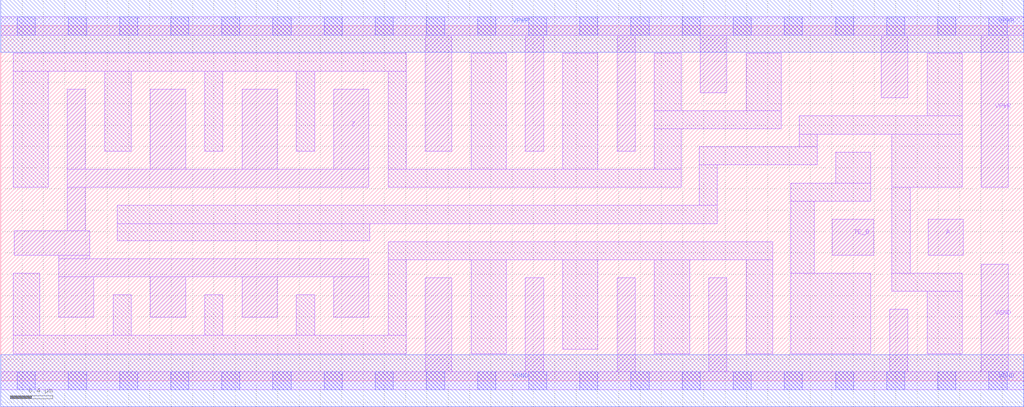
<source format=lef>
# Copyright 2020 The SkyWater PDK Authors
#
# Licensed under the Apache License, Version 2.0 (the "License");
# you may not use this file except in compliance with the License.
# You may obtain a copy of the License at
#
#     https://www.apache.org/licenses/LICENSE-2.0
#
# Unless required by applicable law or agreed to in writing, software
# distributed under the License is distributed on an "AS IS" BASIS,
# WITHOUT WARRANTIES OR CONDITIONS OF ANY KIND, either express or implied.
# See the License for the specific language governing permissions and
# limitations under the License.
#
# SPDX-License-Identifier: Apache-2.0

VERSION 5.7 ;
  NAMESCASESENSITIVE ON ;
  NOWIREEXTENSIONATPIN ON ;
  DIVIDERCHAR "/" ;
  BUSBITCHARS "[]" ;
UNITS
  DATABASE MICRONS 200 ;
END UNITS
MACRO sky130_fd_sc_lp__ebufn_8
  CLASS CORE ;
  SOURCE USER ;
  FOREIGN sky130_fd_sc_lp__ebufn_8 ;
  ORIGIN  0.000000  0.000000 ;
  SIZE  9.600000 BY  3.330000 ;
  SYMMETRY X Y R90 ;
  SITE unit ;
  PIN A
    ANTENNAGATEAREA  0.630000 ;
    DIRECTION INPUT ;
    USE SIGNAL ;
    PORT
      LAYER li1 ;
        RECT 8.705000 1.180000 9.035000 1.515000 ;
    END
  END A
  PIN TE_B
    ANTENNAGATEAREA  1.827000 ;
    DIRECTION INPUT ;
    USE SIGNAL ;
    PORT
      LAYER li1 ;
        RECT 7.805000 1.180000 8.195000 1.515000 ;
    END
  END TE_B
  PIN Z
    ANTENNADIFFAREA  2.352000 ;
    DIRECTION OUTPUT ;
    USE SIGNAL ;
    PORT
      LAYER li1 ;
        RECT 0.125000 1.180000 0.835000 1.410000 ;
        RECT 0.545000 0.595000 0.875000 0.975000 ;
        RECT 0.545000 0.975000 3.455000 1.145000 ;
        RECT 0.545000 1.145000 0.835000 1.180000 ;
        RECT 0.625000 1.410000 0.795000 1.815000 ;
        RECT 0.625000 1.815000 3.455000 1.985000 ;
        RECT 0.625000 1.985000 0.795000 2.735000 ;
        RECT 1.405000 0.595000 1.735000 0.975000 ;
        RECT 1.405000 1.985000 1.735000 2.735000 ;
        RECT 2.265000 0.595000 2.595000 0.975000 ;
        RECT 2.265000 1.985000 2.595000 2.735000 ;
        RECT 3.125000 0.595000 3.455000 0.975000 ;
        RECT 3.125000 1.985000 3.455000 2.735000 ;
    END
  END Z
  PIN VGND
    DIRECTION INOUT ;
    USE GROUND ;
    PORT
      LAYER li1 ;
        RECT 0.000000 -0.085000 9.600000 0.085000 ;
        RECT 3.985000  0.085000 4.235000 0.965000 ;
        RECT 4.925000  0.085000 5.095000 0.965000 ;
        RECT 5.785000  0.085000 5.955000 0.965000 ;
        RECT 6.645000  0.085000 6.815000 0.965000 ;
        RECT 8.345000  0.085000 8.515000 0.670000 ;
        RECT 9.205000  0.085000 9.455000 1.095000 ;
      LAYER mcon ;
        RECT 0.155000 -0.085000 0.325000 0.085000 ;
        RECT 0.635000 -0.085000 0.805000 0.085000 ;
        RECT 1.115000 -0.085000 1.285000 0.085000 ;
        RECT 1.595000 -0.085000 1.765000 0.085000 ;
        RECT 2.075000 -0.085000 2.245000 0.085000 ;
        RECT 2.555000 -0.085000 2.725000 0.085000 ;
        RECT 3.035000 -0.085000 3.205000 0.085000 ;
        RECT 3.515000 -0.085000 3.685000 0.085000 ;
        RECT 3.995000 -0.085000 4.165000 0.085000 ;
        RECT 4.475000 -0.085000 4.645000 0.085000 ;
        RECT 4.955000 -0.085000 5.125000 0.085000 ;
        RECT 5.435000 -0.085000 5.605000 0.085000 ;
        RECT 5.915000 -0.085000 6.085000 0.085000 ;
        RECT 6.395000 -0.085000 6.565000 0.085000 ;
        RECT 6.875000 -0.085000 7.045000 0.085000 ;
        RECT 7.355000 -0.085000 7.525000 0.085000 ;
        RECT 7.835000 -0.085000 8.005000 0.085000 ;
        RECT 8.315000 -0.085000 8.485000 0.085000 ;
        RECT 8.795000 -0.085000 8.965000 0.085000 ;
        RECT 9.275000 -0.085000 9.445000 0.085000 ;
      LAYER met1 ;
        RECT 0.000000 -0.245000 9.600000 0.245000 ;
    END
  END VGND
  PIN VPWR
    DIRECTION INOUT ;
    USE POWER ;
    PORT
      LAYER li1 ;
        RECT 0.000000 3.245000 9.600000 3.415000 ;
        RECT 3.985000 2.155000 4.235000 3.245000 ;
        RECT 4.925000 2.155000 5.095000 3.245000 ;
        RECT 5.785000 2.155000 5.955000 3.245000 ;
        RECT 6.565000 2.705000 6.815000 3.245000 ;
        RECT 8.265000 2.655000 8.515000 3.245000 ;
        RECT 9.205000 1.815000 9.455000 3.245000 ;
      LAYER mcon ;
        RECT 0.155000 3.245000 0.325000 3.415000 ;
        RECT 0.635000 3.245000 0.805000 3.415000 ;
        RECT 1.115000 3.245000 1.285000 3.415000 ;
        RECT 1.595000 3.245000 1.765000 3.415000 ;
        RECT 2.075000 3.245000 2.245000 3.415000 ;
        RECT 2.555000 3.245000 2.725000 3.415000 ;
        RECT 3.035000 3.245000 3.205000 3.415000 ;
        RECT 3.515000 3.245000 3.685000 3.415000 ;
        RECT 3.995000 3.245000 4.165000 3.415000 ;
        RECT 4.475000 3.245000 4.645000 3.415000 ;
        RECT 4.955000 3.245000 5.125000 3.415000 ;
        RECT 5.435000 3.245000 5.605000 3.415000 ;
        RECT 5.915000 3.245000 6.085000 3.415000 ;
        RECT 6.395000 3.245000 6.565000 3.415000 ;
        RECT 6.875000 3.245000 7.045000 3.415000 ;
        RECT 7.355000 3.245000 7.525000 3.415000 ;
        RECT 7.835000 3.245000 8.005000 3.415000 ;
        RECT 8.315000 3.245000 8.485000 3.415000 ;
        RECT 8.795000 3.245000 8.965000 3.415000 ;
        RECT 9.275000 3.245000 9.445000 3.415000 ;
      LAYER met1 ;
        RECT 0.000000 3.085000 9.600000 3.575000 ;
    END
  END VPWR
  OBS
    LAYER li1 ;
      RECT 0.115000 0.255000 3.805000 0.425000 ;
      RECT 0.115000 0.425000 0.365000 1.010000 ;
      RECT 0.115000 1.815000 0.445000 2.905000 ;
      RECT 0.115000 2.905000 3.805000 3.075000 ;
      RECT 0.975000 2.155000 1.225000 2.905000 ;
      RECT 1.055000 0.425000 1.225000 0.805000 ;
      RECT 1.095000 1.315000 3.465000 1.475000 ;
      RECT 1.095000 1.475000 6.725000 1.645000 ;
      RECT 1.915000 0.425000 2.085000 0.805000 ;
      RECT 1.915000 2.155000 2.085000 2.905000 ;
      RECT 2.775000 0.425000 2.945000 0.805000 ;
      RECT 2.775000 2.155000 2.945000 2.905000 ;
      RECT 3.635000 0.425000 3.805000 1.135000 ;
      RECT 3.635000 1.135000 7.245000 1.305000 ;
      RECT 3.635000 1.815000 6.385000 1.985000 ;
      RECT 3.635000 1.985000 3.805000 2.905000 ;
      RECT 4.415000 0.255000 4.745000 1.135000 ;
      RECT 4.415000 1.985000 4.745000 3.075000 ;
      RECT 5.275000 0.295000 5.605000 1.135000 ;
      RECT 5.275000 1.985000 5.605000 3.075000 ;
      RECT 6.135000 0.255000 6.465000 1.135000 ;
      RECT 6.135000 1.985000 6.385000 2.365000 ;
      RECT 6.135000 2.365000 7.325000 2.535000 ;
      RECT 6.135000 2.535000 6.385000 3.075000 ;
      RECT 6.555000 1.645000 6.725000 2.025000 ;
      RECT 6.555000 2.025000 7.665000 2.195000 ;
      RECT 6.995000 0.255000 7.245000 1.135000 ;
      RECT 6.995000 2.535000 7.325000 3.075000 ;
      RECT 7.415000 0.255000 8.165000 1.010000 ;
      RECT 7.415000 1.010000 7.635000 1.685000 ;
      RECT 7.415000 1.685000 8.165000 1.855000 ;
      RECT 7.495000 2.195000 7.665000 2.315000 ;
      RECT 7.495000 2.315000 9.025000 2.485000 ;
      RECT 7.835000 1.855000 8.165000 2.145000 ;
      RECT 8.365000 0.840000 9.025000 1.010000 ;
      RECT 8.365000 1.010000 8.535000 1.815000 ;
      RECT 8.365000 1.815000 9.025000 2.315000 ;
      RECT 8.695000 0.255000 9.025000 0.840000 ;
      RECT 8.695000 2.485000 9.025000 3.075000 ;
  END
END sky130_fd_sc_lp__ebufn_8

</source>
